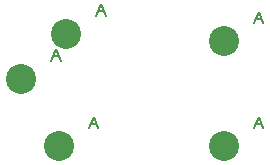
<source format=gbr>
G04 EasyPC Gerber Version 21.0.3 Build 4286 *
G04 #@! TF.Part,Single*
G04 #@! TF.FileFunction,Drillmap *
G04 #@! TF.FilePolarity,Positive *
%FSLAX35Y35*%
%MOIN*%
%ADD11C,0.00500*%
G04 #@! TA.AperFunction,WasherPad*
%ADD20C,0.10000*%
X0Y0D02*
D02*
D11*
X82750Y163687D02*
X84313Y167437D01*
X85875Y163687*
X83375Y165250D02*
X85250D01*
X95250Y141187D02*
X96813Y144937D01*
X98375Y141187*
X95875Y142750D02*
X97750D01*
Y178687D02*
X99313Y182437D01*
X100875Y178687*
X98375Y180250D02*
X100250D01*
X150250Y141187D02*
X151813Y144937D01*
X153375Y141187*
X150875Y142750D02*
X152750D01*
X150250Y176187D02*
X151813Y179937D01*
X153375Y176187*
X150875Y177750D02*
X152750D01*
D02*
D20*
X72750Y157750D03*
X85250Y135250D03*
X87750Y172750D03*
X140250Y135250D03*
Y170250D03*
X0Y0D02*
M02*

</source>
